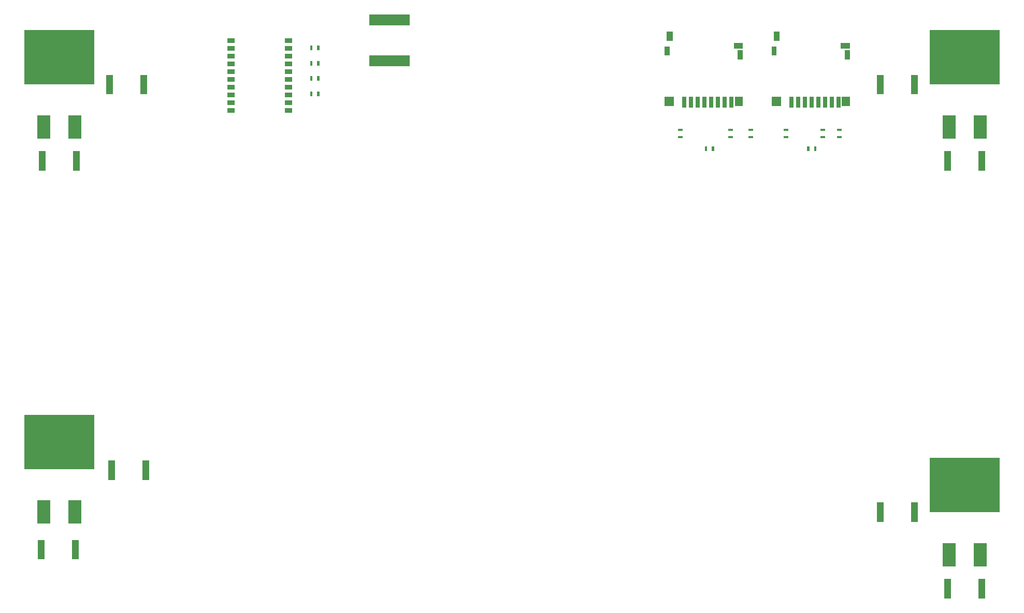
<source format=gbr>
G04 start of page 16 for group -4014 idx -4014 *
G04 Title: DAISI, bottompaste *
G04 Creator: pcb 20140316 *
G04 CreationDate: Thu 05 Jul 2018 06:59:21 PM GMT UTC *
G04 For: afonsop *
G04 Format: Gerber/RS-274X *
G04 PCB-Dimensions (mil): 6540.00 4540.00 *
G04 PCB-Coordinate-Origin: lower left *
%MOIN*%
%FSLAX25Y25*%
%LNBOTTOMPASTE*%
%ADD209R,0.0709X0.0709*%
%ADD208R,0.0512X0.0512*%
%ADD207R,0.0276X0.0276*%
%ADD206C,0.0001*%
%ADD205R,0.0315X0.0315*%
%ADD204R,0.0394X0.0394*%
%ADD203R,0.0300X0.0300*%
%ADD202R,0.0140X0.0140*%
%ADD201R,0.0433X0.0433*%
%ADD200R,0.3500X0.3500*%
%ADD199R,0.0819X0.0819*%
G54D199*X628110Y101382D02*Y94571D01*
X608110Y101382D02*Y94571D01*
G54D200*X613110Y142976D02*X623110D01*
G54D201*X607087Y80181D02*Y71913D01*
X629134Y80181D02*Y71913D01*
X563780Y129394D02*Y121126D01*
X585827Y129394D02*Y121126D01*
G54D202*X202103Y425272D02*Y423672D01*
X197503Y425272D02*Y423672D01*
X202103Y415430D02*Y413830D01*
X197503Y415430D02*Y413830D01*
X202103Y405587D02*Y403987D01*
X197503Y405587D02*Y403987D01*
X202103Y395745D02*Y394145D01*
X197503Y395745D02*Y394145D01*
G54D203*X182120Y429256D02*X183620D01*
X182120Y424256D02*X183620D01*
X182120Y419256D02*X183620D01*
X182120Y414256D02*X183620D01*
X182120Y409256D02*X183620D01*
X182120Y404256D02*X183620D01*
X182120Y399256D02*X183620D01*
X182120Y394256D02*X183620D01*
X182120Y389256D02*X183620D01*
X182120Y384256D02*X183620D01*
X145120D02*X146620D01*
X145120Y389256D02*X146620D01*
X145120Y394256D02*X146620D01*
X145120Y399256D02*X146620D01*
X145120Y404256D02*X146620D01*
X145120Y409256D02*X146620D01*
X145120Y414256D02*X146620D01*
X145120Y419256D02*X146620D01*
X145120Y424256D02*X146620D01*
X145120Y429256D02*X146620D01*
G54D201*X563780Y404984D02*Y396717D01*
X585827Y404984D02*Y396717D01*
X24409Y355772D02*Y347504D01*
X46457Y355772D02*Y347504D01*
X607087Y355772D02*Y347504D01*
X629134Y355772D02*Y347504D01*
G54D199*X628110Y376972D02*Y370161D01*
X608110Y376972D02*Y370161D01*
G54D200*X613110Y418567D02*X623110D01*
G54D201*X89764Y404984D02*Y396717D01*
X67717Y404984D02*Y396717D01*
G54D199*X45433Y376972D02*Y370161D01*
X25433Y376972D02*Y370161D01*
G54D200*X30433Y418567D02*X40433D01*
G54D202*X434239Y371654D02*X435839D01*
X434239Y367054D02*X435839D01*
X536602Y371654D02*X538202D01*
X536602Y367054D02*X538202D01*
X525775Y371654D02*X527375D01*
X525775Y367054D02*X527375D01*
X502153Y371654D02*X503753D01*
X502153Y367054D02*X503753D01*
X479515Y371654D02*X481115D01*
X479515Y367054D02*X481115D01*
X466720Y371654D02*X468320D01*
X466720Y367054D02*X468320D01*
G54D204*X428150Y433134D02*Y430969D01*
G54D205*X426575Y423685D02*Y421323D01*
G54D206*G36*
X425000Y392976D02*Y387071D01*
X430906D01*
Y392976D01*
X425000D01*
G37*
G54D207*X437598Y391598D02*Y387465D01*
X441929Y391598D02*Y387465D01*
X446260Y391598D02*Y387465D01*
X450591Y391598D02*Y387465D01*
X454921Y391598D02*Y387465D01*
X459252Y391598D02*Y387465D01*
X463583Y391598D02*Y387465D01*
X467913Y391598D02*Y387465D01*
G54D208*X472638Y390417D02*Y389630D01*
G54D205*X473622Y421323D02*Y418567D01*
G54D204*X471457Y425850D02*X473228D01*
X497047Y433134D02*Y430969D01*
G54D205*X495472Y423685D02*Y421323D01*
G54D206*G36*
X493898Y392976D02*Y387071D01*
X499803D01*
Y392976D01*
X493898D01*
G37*
G54D207*X506496Y391598D02*Y387465D01*
X510827Y391598D02*Y387465D01*
X515157Y391598D02*Y387465D01*
X519488Y391598D02*Y387465D01*
X523819Y391598D02*Y387465D01*
X528150Y391598D02*Y387465D01*
X532480Y391598D02*Y387465D01*
X536811Y391598D02*Y387465D01*
G54D208*X541535Y390417D02*Y389630D01*
G54D205*X542520Y421323D02*Y418567D01*
G54D204*X540354Y425850D02*X542126D01*
G54D199*X45433Y128941D02*Y122130D01*
X25433Y128941D02*Y122130D01*
G54D200*X30433Y170535D02*X40433D01*
G54D201*X68965Y156492D02*Y148224D01*
X91012Y156492D02*Y148224D01*
X23689Y105311D02*Y97043D01*
X45736Y105311D02*Y97043D01*
G54D209*X238583Y416205D02*X257480D01*
X238583Y442583D02*X257480D01*
G54D202*X517385Y360312D02*Y358712D01*
X521985Y360312D02*Y358712D01*
X451440Y360312D02*Y358712D01*
X456040Y360312D02*Y358712D01*
M02*

</source>
